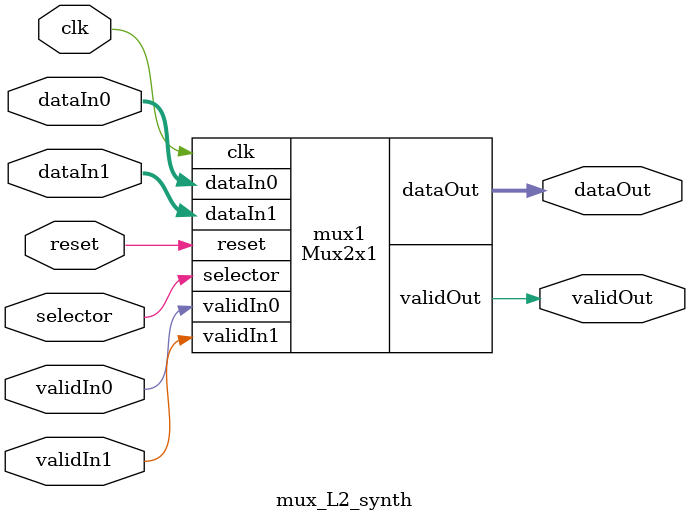
<source format=v>
/* Generated by Yosys 0.9 (git sha1 1979e0b) */

(* src = "Mux2x1.v:1" *)
module Mux2x1(dataOut, validOut, dataIn0, dataIn1, validIn0, validIn1, selector, clk, reset);
  (* src = "Mux2x1.v:28" *)
  wire [7:0] _000_;
  (* src = "Mux2x1.v:28" *)
  wire _001_;
  wire _002_;
  wire _003_;
  wire _004_;
  wire _005_;
  wire _006_;
  wire _007_;
  wire _008_;
  wire _009_;
  wire _010_;
  wire _011_;
  wire _012_;
  wire _013_;
  wire _014_;
  wire _015_;
  wire _016_;
  wire _017_;
  wire _018_;
  wire _019_;
  wire _020_;
  wire _021_;
  wire _022_;
  wire _023_;
  wire _024_;
  wire _025_;
  wire _026_;
  wire _027_;
  wire _028_;
  wire _029_;
  wire _030_;
  wire _031_;
  wire _032_;
  wire _033_;
  wire _034_;
  wire _035_;
  wire _036_;
  wire _037_;
  wire _038_;
  wire _039_;
  wire _040_;
  wire _041_;
  wire _042_;
  wire _043_;
  wire _044_;
  wire _045_;
  wire _046_;
  wire _047_;
  wire _048_;
  wire _049_;
  wire _050_;
  wire _051_;
  wire _052_;
  wire _053_;
  wire _054_;
  wire _055_;
  wire _056_;
  wire _057_;
  wire _058_;
  wire _059_;
  wire _060_;
  wire _061_;
  wire _062_;
  wire _063_;
  wire _064_;
  wire _065_;
  wire _066_;
  (* src = "Mux2x1.v:9" *)
  input clk;
  (* src = "Mux2x1.v:4" *)
  input [7:0] dataIn0;
  (* src = "Mux2x1.v:5" *)
  input [7:0] dataIn1;
  (* src = "Mux2x1.v:2" *)
  output [7:0] dataOut;
  (* src = "Mux2x1.v:10" *)
  input reset;
  (* src = "Mux2x1.v:8" *)
  input selector;
  (* src = "Mux2x1.v:6" *)
  input validIn0;
  (* src = "Mux2x1.v:7" *)
  input validIn1;
  (* src = "Mux2x1.v:3" *)
  output validOut;
  NOT _067_ (
    .A(dataOut[0]),
    .Y(_012_)
  );
  NOT _068_ (
    .A(dataOut[1]),
    .Y(_013_)
  );
  NOT _069_ (
    .A(dataOut[2]),
    .Y(_014_)
  );
  NOT _070_ (
    .A(dataOut[3]),
    .Y(_015_)
  );
  NOT _071_ (
    .A(dataOut[4]),
    .Y(_016_)
  );
  NOT _072_ (
    .A(dataOut[5]),
    .Y(_017_)
  );
  NOT _073_ (
    .A(dataOut[6]),
    .Y(_018_)
  );
  NOT _074_ (
    .A(dataOut[7]),
    .Y(_019_)
  );
  NOT _075_ (
    .A(validIn0),
    .Y(_020_)
  );
  NOT _076_ (
    .A(selector),
    .Y(_021_)
  );
  NAND _077_ (
    .A(validIn1),
    .B(selector),
    .Y(_022_)
  );
  NOT _078_ (
    .A(_022_),
    .Y(_023_)
  );
  NOR _079_ (
    .A(_020_),
    .B(selector),
    .Y(_024_)
  );
  NOR _080_ (
    .A(_023_),
    .B(_024_),
    .Y(_025_)
  );
  NAND _081_ (
    .A(_021_),
    .B(dataIn0[0]),
    .Y(_026_)
  );
  NAND _082_ (
    .A(selector),
    .B(dataIn1[0]),
    .Y(_027_)
  );
  NAND _083_ (
    .A(_026_),
    .B(_027_),
    .Y(_028_)
  );
  NOR _084_ (
    .A(_025_),
    .B(_028_),
    .Y(_029_)
  );
  NAND _085_ (
    .A(_012_),
    .B(_025_),
    .Y(_030_)
  );
  NAND _086_ (
    .A(reset),
    .B(_030_),
    .Y(_031_)
  );
  NOR _087_ (
    .A(_029_),
    .B(_031_),
    .Y(_000_[0])
  );
  NAND _088_ (
    .A(_021_),
    .B(dataIn0[1]),
    .Y(_032_)
  );
  NAND _089_ (
    .A(selector),
    .B(dataIn1[1]),
    .Y(_033_)
  );
  NAND _090_ (
    .A(_032_),
    .B(_033_),
    .Y(_034_)
  );
  NOR _091_ (
    .A(_025_),
    .B(_034_),
    .Y(_035_)
  );
  NAND _092_ (
    .A(_013_),
    .B(_025_),
    .Y(_036_)
  );
  NAND _093_ (
    .A(reset),
    .B(_036_),
    .Y(_037_)
  );
  NOR _094_ (
    .A(_035_),
    .B(_037_),
    .Y(_000_[1])
  );
  NAND _095_ (
    .A(_021_),
    .B(dataIn0[2]),
    .Y(_038_)
  );
  NAND _096_ (
    .A(selector),
    .B(dataIn1[2]),
    .Y(_039_)
  );
  NAND _097_ (
    .A(_038_),
    .B(_039_),
    .Y(_040_)
  );
  NOR _098_ (
    .A(_025_),
    .B(_040_),
    .Y(_041_)
  );
  NAND _099_ (
    .A(_014_),
    .B(_025_),
    .Y(_042_)
  );
  NAND _100_ (
    .A(reset),
    .B(_042_),
    .Y(_043_)
  );
  NOR _101_ (
    .A(_041_),
    .B(_043_),
    .Y(_000_[2])
  );
  NAND _102_ (
    .A(_021_),
    .B(dataIn0[3]),
    .Y(_044_)
  );
  NAND _103_ (
    .A(selector),
    .B(dataIn1[3]),
    .Y(_045_)
  );
  NAND _104_ (
    .A(_044_),
    .B(_045_),
    .Y(_046_)
  );
  NOR _105_ (
    .A(_025_),
    .B(_046_),
    .Y(_047_)
  );
  NAND _106_ (
    .A(_015_),
    .B(_025_),
    .Y(_048_)
  );
  NAND _107_ (
    .A(reset),
    .B(_048_),
    .Y(_049_)
  );
  NOR _108_ (
    .A(_047_),
    .B(_049_),
    .Y(_000_[3])
  );
  NAND _109_ (
    .A(_021_),
    .B(dataIn0[4]),
    .Y(_050_)
  );
  NAND _110_ (
    .A(selector),
    .B(dataIn1[4]),
    .Y(_051_)
  );
  NAND _111_ (
    .A(_050_),
    .B(_051_),
    .Y(_052_)
  );
  NOR _112_ (
    .A(_025_),
    .B(_052_),
    .Y(_053_)
  );
  NAND _113_ (
    .A(_016_),
    .B(_025_),
    .Y(_054_)
  );
  NAND _114_ (
    .A(reset),
    .B(_054_),
    .Y(_055_)
  );
  NOR _115_ (
    .A(_053_),
    .B(_055_),
    .Y(_000_[4])
  );
  NAND _116_ (
    .A(_021_),
    .B(dataIn0[5]),
    .Y(_056_)
  );
  NAND _117_ (
    .A(selector),
    .B(dataIn1[5]),
    .Y(_057_)
  );
  NAND _118_ (
    .A(_056_),
    .B(_057_),
    .Y(_058_)
  );
  NOR _119_ (
    .A(_025_),
    .B(_058_),
    .Y(_059_)
  );
  NAND _120_ (
    .A(_017_),
    .B(_025_),
    .Y(_060_)
  );
  NAND _121_ (
    .A(reset),
    .B(_060_),
    .Y(_061_)
  );
  NOR _122_ (
    .A(_059_),
    .B(_061_),
    .Y(_000_[5])
  );
  NAND _123_ (
    .A(_021_),
    .B(dataIn0[6]),
    .Y(_062_)
  );
  NAND _124_ (
    .A(selector),
    .B(dataIn1[6]),
    .Y(_063_)
  );
  NAND _125_ (
    .A(_062_),
    .B(_063_),
    .Y(_064_)
  );
  NOR _126_ (
    .A(_025_),
    .B(_064_),
    .Y(_065_)
  );
  NAND _127_ (
    .A(_018_),
    .B(_025_),
    .Y(_066_)
  );
  NAND _128_ (
    .A(reset),
    .B(_066_),
    .Y(_002_)
  );
  NOR _129_ (
    .A(_065_),
    .B(_002_),
    .Y(_000_[6])
  );
  NAND _130_ (
    .A(_021_),
    .B(dataIn0[7]),
    .Y(_003_)
  );
  NAND _131_ (
    .A(selector),
    .B(dataIn1[7]),
    .Y(_004_)
  );
  NAND _132_ (
    .A(_003_),
    .B(_004_),
    .Y(_005_)
  );
  NOR _133_ (
    .A(_025_),
    .B(_005_),
    .Y(_006_)
  );
  NAND _134_ (
    .A(_019_),
    .B(_025_),
    .Y(_007_)
  );
  NAND _135_ (
    .A(reset),
    .B(_007_),
    .Y(_008_)
  );
  NOR _136_ (
    .A(_006_),
    .B(_008_),
    .Y(_000_[7])
  );
  NOR _137_ (
    .A(reset),
    .B(validOut),
    .Y(_009_)
  );
  NAND _138_ (
    .A(reset),
    .B(_025_),
    .Y(_010_)
  );
  NOT _139_ (
    .A(_010_),
    .Y(_011_)
  );
  NOR _140_ (
    .A(_009_),
    .B(_011_),
    .Y(_001_)
  );
  (* src = "Mux2x1.v:28" *)
  DFF _141_ (
    .C(clk),
    .D(_000_[0]),
    .Q(dataOut[0])
  );
  (* src = "Mux2x1.v:28" *)
  DFF _142_ (
    .C(clk),
    .D(_000_[1]),
    .Q(dataOut[1])
  );
  (* src = "Mux2x1.v:28" *)
  DFF _143_ (
    .C(clk),
    .D(_000_[2]),
    .Q(dataOut[2])
  );
  (* src = "Mux2x1.v:28" *)
  DFF _144_ (
    .C(clk),
    .D(_000_[3]),
    .Q(dataOut[3])
  );
  (* src = "Mux2x1.v:28" *)
  DFF _145_ (
    .C(clk),
    .D(_000_[4]),
    .Q(dataOut[4])
  );
  (* src = "Mux2x1.v:28" *)
  DFF _146_ (
    .C(clk),
    .D(_000_[5]),
    .Q(dataOut[5])
  );
  (* src = "Mux2x1.v:28" *)
  DFF _147_ (
    .C(clk),
    .D(_000_[6]),
    .Q(dataOut[6])
  );
  (* src = "Mux2x1.v:28" *)
  DFF _148_ (
    .C(clk),
    .D(_000_[7]),
    .Q(dataOut[7])
  );
  (* src = "Mux2x1.v:28" *)
  DFF _149_ (
    .C(clk),
    .D(_001_),
    .Q(validOut)
  );
endmodule

(* top =  1  *)
(* src = "mux_L2_synth.v:3" *)
module mux_L2_synth(dataOut, validOut, dataIn0, dataIn1, validIn0, validIn1, selector, clk, reset);
  (* src = "mux_L2_synth.v:11" *)
  input clk;
  (* src = "mux_L2_synth.v:6" *)
  input [7:0] dataIn0;
  (* src = "mux_L2_synth.v:7" *)
  input [7:0] dataIn1;
  (* src = "mux_L2_synth.v:4" *)
  output [7:0] dataOut;
  (* src = "mux_L2_synth.v:12" *)
  input reset;
  (* src = "mux_L2_synth.v:10" *)
  input selector;
  (* src = "mux_L2_synth.v:8" *)
  input validIn0;
  (* src = "mux_L2_synth.v:9" *)
  input validIn1;
  (* src = "mux_L2_synth.v:5" *)
  output validOut;
  (* module_not_derived = 32'd1 *)
  (* src = "mux_L2_synth.v:14" *)
  Mux2x1 mux1 (
    .clk(clk),
    .dataIn0(dataIn0),
    .dataIn1(dataIn1),
    .dataOut(dataOut),
    .reset(reset),
    .selector(selector),
    .validIn0(validIn0),
    .validIn1(validIn1),
    .validOut(validOut)
  );
endmodule

</source>
